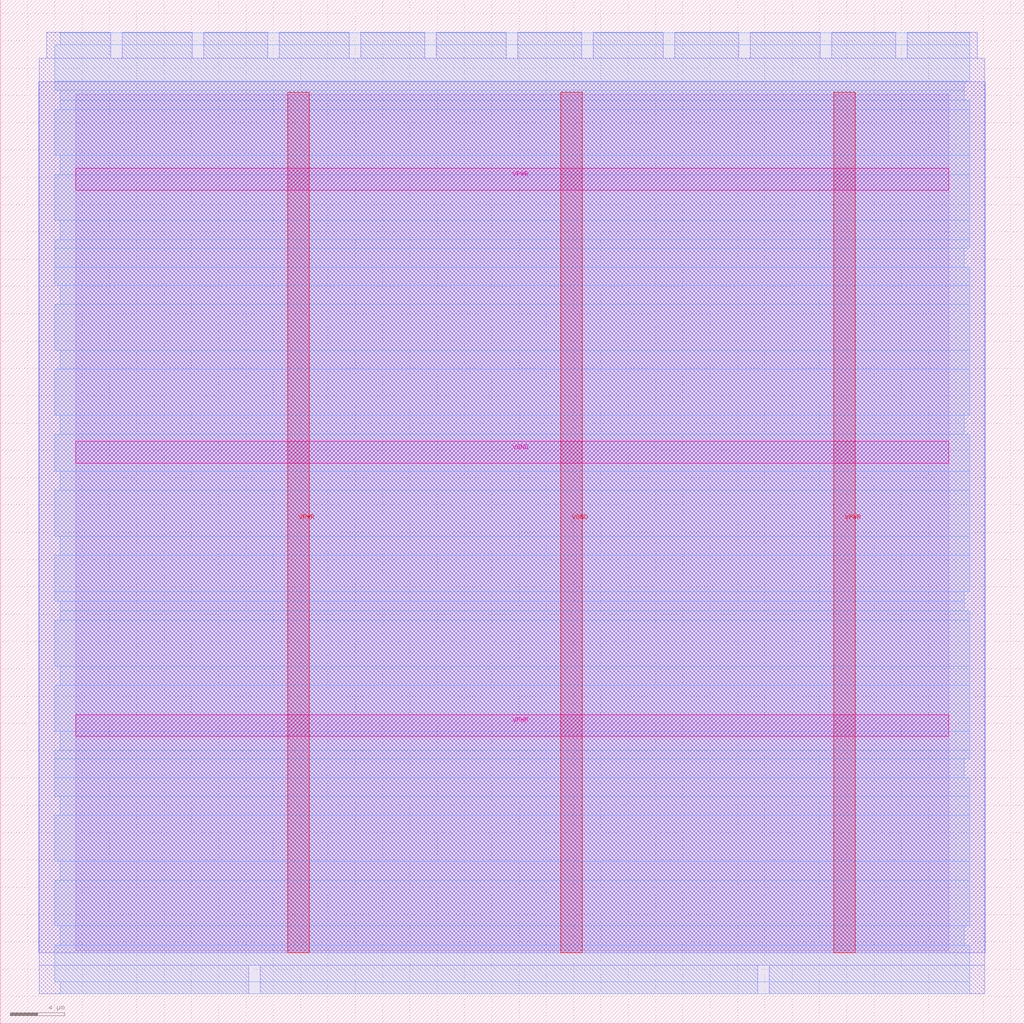
<source format=lef>
VERSION 5.7 ;

MACRO digital_pll
  CLASS BLOCK ;
  FOREIGN digital_pll ;
  ORIGIN 0.000 0.000 ;
  SIZE 75.000 BY 75.000 ;
  PIN VGND
    DIRECTION INPUT ;
    USE GROUND ;
    PORT
      LAYER met5 ;
        RECT 5.520 41.050 69.460 42.650 ;
    END
    PORT
      LAYER met4 ;
        RECT 41.040 5.200 42.640 68.240 ;
    END
  END VGND
  PIN VPWR
    DIRECTION INPUT ;
    USE POWER ;
    PORT
      LAYER met5 ;
        RECT 5.520 21.050 69.460 22.650 ;
    END
    PORT
      LAYER met5 ;
        RECT 5.520 61.050 69.460 62.650 ;
    END
    PORT
      LAYER met4 ;
        RECT 21.040 5.200 22.640 68.240 ;
    END
    PORT
      LAYER met4 ;
        RECT 61.040 5.200 62.640 68.240 ;
    END
  END VPWR
  OBS
      LAYER li1 ;
        RECT 5.520 5.355 69.460 68.085 ;
      LAYER met1 ;
        RECT 2.830 5.200 72.150 68.980 ;
      LAYER met2 ;
        RECT 3.410 70.720 8.090 72.605 ;
        RECT 8.930 70.720 14.070 72.605 ;
        RECT 14.910 70.720 19.590 72.605 ;
        RECT 20.430 70.720 25.570 72.605 ;
        RECT 26.410 70.720 31.090 72.605 ;
        RECT 31.930 70.720 37.070 72.605 ;
        RECT 37.910 70.720 42.590 72.605 ;
        RECT 43.430 70.720 48.570 72.605 ;
        RECT 49.410 70.720 54.090 72.605 ;
        RECT 54.930 70.720 60.070 72.605 ;
        RECT 60.910 70.720 65.590 72.605 ;
        RECT 66.430 70.720 71.570 72.605 ;
        RECT 2.860 4.280 72.120 70.720 ;
        RECT 2.860 2.195 18.210 4.280 ;
        RECT 19.050 2.195 55.470 4.280 ;
        RECT 56.310 2.195 72.120 4.280 ;
      LAYER met3 ;
        RECT 4.400 71.720 71.000 72.585 ;
        RECT 4.000 69.040 71.000 71.720 ;
        RECT 4.000 68.360 70.600 69.040 ;
        RECT 4.400 67.640 70.600 68.360 ;
        RECT 4.400 66.960 71.000 67.640 ;
        RECT 4.000 63.600 71.000 66.960 ;
        RECT 4.400 62.200 71.000 63.600 ;
        RECT 4.000 58.840 71.000 62.200 ;
        RECT 4.400 57.440 71.000 58.840 ;
        RECT 4.000 56.800 71.000 57.440 ;
        RECT 4.000 55.400 70.600 56.800 ;
        RECT 4.000 54.080 71.000 55.400 ;
        RECT 4.400 52.680 71.000 54.080 ;
        RECT 4.000 49.320 71.000 52.680 ;
        RECT 4.400 47.920 71.000 49.320 ;
        RECT 4.000 44.560 71.000 47.920 ;
        RECT 4.400 43.160 70.600 44.560 ;
        RECT 4.000 40.480 71.000 43.160 ;
        RECT 4.400 39.080 71.000 40.480 ;
        RECT 4.000 35.720 71.000 39.080 ;
        RECT 4.400 34.320 71.000 35.720 ;
        RECT 4.000 31.640 71.000 34.320 ;
        RECT 4.000 30.960 70.600 31.640 ;
        RECT 4.400 30.240 70.600 30.960 ;
        RECT 4.400 29.560 71.000 30.240 ;
        RECT 4.000 26.200 71.000 29.560 ;
        RECT 4.400 24.800 71.000 26.200 ;
        RECT 4.000 21.440 71.000 24.800 ;
        RECT 4.400 20.040 71.000 21.440 ;
        RECT 4.000 19.400 71.000 20.040 ;
        RECT 4.000 18.000 70.600 19.400 ;
        RECT 4.000 16.680 71.000 18.000 ;
        RECT 4.400 15.280 71.000 16.680 ;
        RECT 4.000 11.920 71.000 15.280 ;
        RECT 4.400 10.520 71.000 11.920 ;
        RECT 4.000 7.160 71.000 10.520 ;
        RECT 4.400 5.760 70.600 7.160 ;
        RECT 4.000 3.080 71.000 5.760 ;
        RECT 4.400 2.215 71.000 3.080 ;
  END
END digital_pll

END LIBRARY
</source>
